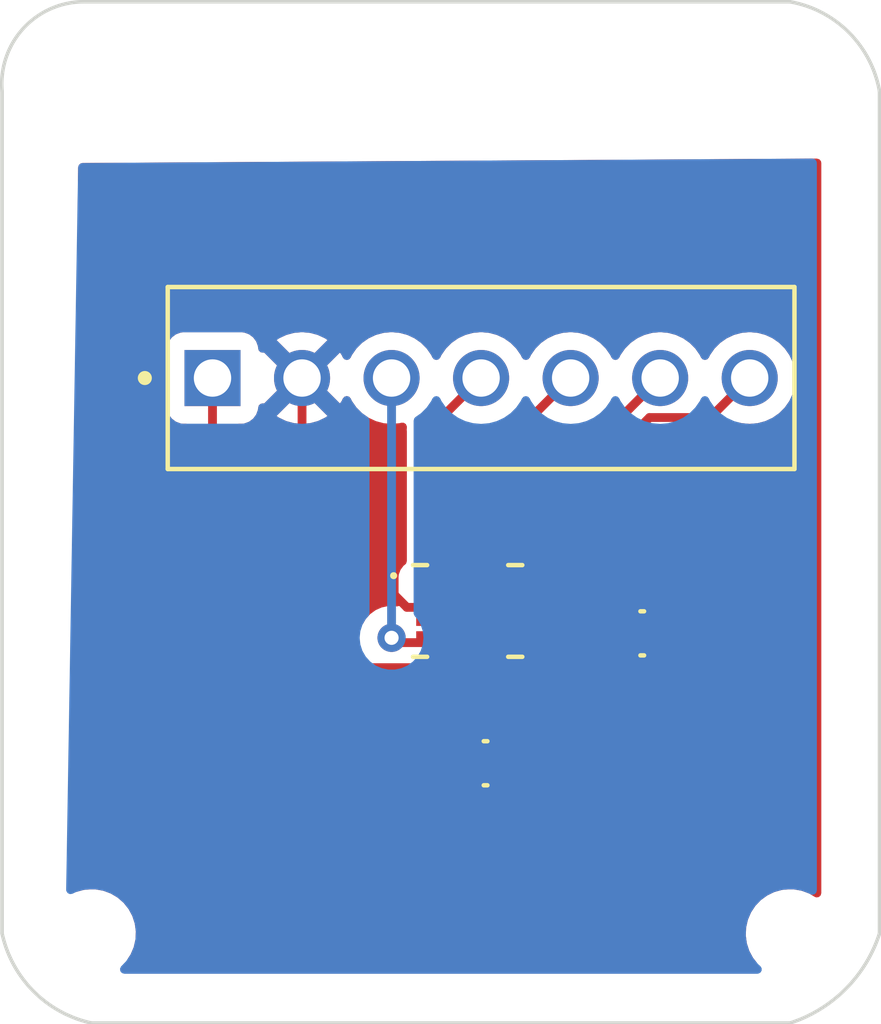
<source format=kicad_pcb>
(kicad_pcb (version 20221018) (generator pcbnew)
  (layers (0 "F.Cu" signal) (31 "B.Cu" signal) (34 "B.Paste" user) (35 "F.Paste" user) (36 "B.SilkS" user "B.Silkscreen") (37 "F.SilkS" user "F.Silkscreen") (38 "B.Mask" user) (39 "F.Mask" user) (44 "Edge.Cuts" user))
  (net 0 "")
  (net 1 "+3.3V")
  (net 2 "GND")
  (net 3 "/INT1_3")
  (net 4 "/MISO_3")
  (net 5 "/MOSI_3")
  (net 6 "/CLK3")
  (net 7 "/SENSOR_3")
  (footprint "CL21F104ZAANNNC:CAPC2012X135N" (layer "F.Cu") (at 148.971 94.488 180)
    (fp_text reference "C2" hide)
    (fp_text value "100nF" hide)
    (fp_line (start -0.0515 -0.625) (end 0.0515 -0.625) (stroke (width 0.127)) (layer "F.SilkS"))
    (fp_line (start -0.0515 0.625) (end 0.0515 0.625) (stroke (width 0.127)) (layer "F.SilkS"))
    (pad "1" smd rect (at -0.89 0 180) (size 1.05 1.38) (layers "F.Cu" "F.Paste" "F.Mask") (net 2 "GND"))
    (pad "2" smd rect (at 0.89 0 180) (size 1.05 1.38) (layers "F.Cu" "F.Paste" "F.Mask") (net 1 "+3.3V"))
  )
  (footprint "69167-107HLF:AMPHENOL_69167-107HLF" (layer "F.Cu") (at 148.844 83.566)
    (fp_text reference "J6" hide)
    (fp_text value "69167-107HLF" hide)
    (fp_line (start -8.89 2.58) (end -8.89 -2.58) (stroke (width 0.127)) (layer "F.SilkS"))
    (fp_line (start 8.89 -2.58) (end -8.89 -2.58) (stroke (width 0.127)) (layer "F.SilkS"))
    (fp_line (start 8.89 -2.58) (end 8.89 2.58) (stroke (width 0.127)) (layer "F.SilkS"))
    (fp_line (start 8.89 2.58) (end -8.89 2.58) (stroke (width 0.127)) (layer "F.SilkS"))
    (fp_circle (center -9.54 0) (end -9.44 0) (stroke (width 0.2)) (fill none) (layer "F.SilkS"))
    (pad "01" thru_hole rect (at -7.62 0) (size 1.59 1.59) (drill 1.06) (layers "*.Cu" "*.Mask") (net 1 "+3.3V"))
    (pad "02" thru_hole circle (at -5.08 0) (size 1.59 1.59) (drill 1.06) (layers "*.Cu" "*.Mask") (net 2 "GND"))
    (pad "03" thru_hole circle (at -2.54 0) (size 1.59 1.59) (drill 1.06) (layers "*.Cu" "*.Mask") (net 3 "/INT1_3"))
    (pad "04" thru_hole circle (at 0 0) (size 1.59 1.59) (drill 1.06) (layers "*.Cu" "*.Mask") (net 4 "/MISO_3"))
    (pad "05" thru_hole circle (at 2.54 0) (size 1.59 1.59) (drill 1.06) (layers "*.Cu" "*.Mask") (net 5 "/MOSI_3"))
    (pad "06" thru_hole circle (at 5.08 0) (size 1.59 1.59) (drill 1.06) (layers "*.Cu" "*.Mask") (net 6 "/CLK3"))
    (pad "07" thru_hole circle (at 7.62 0) (size 1.59 1.59) (drill 1.06) (layers "*.Cu" "*.Mask") (net 7 "/SENSOR_3"))
  )
  (footprint "MountingHole:MountingHole_2mm" (layer "F.Cu") (at 137.795 75.438)
    (fp_text reference "H1" hide)
    (fp_text value "MountingHole" hide)
    (pad "" np_thru_hole circle (at 0 0) (size 2 2) (drill 2) (layers "*.Cu" "*.Mask"))
  )
  (footprint "MountingHole:MountingHole_2mm" (layer "F.Cu") (at 157.607 75.438)
    (fp_text reference "H2" hide)
    (fp_text value "MountingHole" hide)
    (pad "" np_thru_hole circle (at 0 0) (size 2 2) (drill 2) (layers "*.Cu" "*.Mask"))
  )
  (footprint "CL21F104ZAANNNC:CAPC2012X135N" (layer "F.Cu") (at 153.416 90.805)
    (fp_text reference "C1" hide)
    (fp_text value "100nF" hide)
    (fp_line (start -0.0515 -0.625) (end 0.0515 -0.625) (stroke (width 0.127)) (layer "F.SilkS"))
    (fp_line (start -0.0515 0.625) (end 0.0515 0.625) (stroke (width 0.127)) (layer "F.SilkS"))
    (pad "1" smd rect (at -0.89 0) (size 1.05 1.38) (layers "F.Cu" "F.Paste" "F.Mask") (net 1 "+3.3V"))
    (pad "2" smd rect (at 0.89 0) (size 1.05 1.38) (layers "F.Cu" "F.Paste" "F.Mask") (net 2 "GND"))
  )
  (footprint "MountingHole:MountingHole_2mm" (layer "F.Cu") (at 157.607 99.314)
    (fp_text reference "H4" hide)
    (fp_text value "MountingHole" hide)
    (pad "" np_thru_hole circle (at 0 0) (size 2 2) (drill 2) (layers "*.Cu" "*.Mask"))
  )
  (footprint "LSM6DSMTR (1):PQFN50P300X250X86-14N" (layer "F.Cu") (at 148.463 90.17)
    (fp_text reference "U5" hide)
    (fp_text value "LSM6DSMTR" hide)
    (fp_line (start -1.55 1.3) (end -1.15 1.3) (stroke (width 0.127)) (layer "F.SilkS"))
    (fp_line (start -1.15 -1.3) (end -1.55 -1.3) (stroke (width 0.127)) (layer "F.SilkS"))
    (fp_line (start 1.55 -1.3) (end 1.15 -1.3) (stroke (width 0.127)) (layer "F.SilkS"))
    (fp_line (start 1.55 1.3) (end 1.15 1.3) (stroke (width 0.127)) (layer "F.SilkS"))
    (fp_circle (center -2.1 -1) (end -2.05 -1) (stroke (width 0.1)) (fill none) (layer "F.SilkS"))
    (pad "1" smd rect (at -1.16 -0.75) (size 0.6 0.35) (layers "F.Cu" "F.Paste" "F.Mask") (net 4 "/MISO_3"))
    (pad "2" smd rect (at -1.16 -0.25) (size 0.6 0.35) (layers "F.Cu" "F.Paste" "F.Mask") (net 2 "GND"))
    (pad "3" smd rect (at -1.16 0.25) (size 0.6 0.35) (layers "F.Cu" "F.Paste" "F.Mask") (net 2 "GND"))
    (pad "4" smd rect (at -1.16 0.75) (size 0.6 0.35) (layers "F.Cu" "F.Paste" "F.Mask") (net 3 "/INT1_3"))
    (pad "5" smd rect (at -0.5 0.91 90) (size 0.6 0.35) (layers "F.Cu" "F.Paste" "F.Mask") (net 1 "+3.3V"))
    (pad "6" smd rect (at 0 0.91 90) (size 0.6 0.35) (layers "F.Cu" "F.Paste" "F.Mask") (net 2 "GND"))
    (pad "7" smd rect (at 0.5 0.91 90) (size 0.6 0.35) (layers "F.Cu" "F.Paste" "F.Mask") (net 2 "GND"))
    (pad "8" smd rect (at 1.16 0.75) (size 0.6 0.35) (layers "F.Cu" "F.Paste" "F.Mask") (net 1 "+3.3V"))
    (pad "9" smd rect (at 1.16 0.25) (size 0.6 0.35) (layers "F.Cu" "F.Paste" "F.Mask"))
    (pad "10" smd rect (at 1.16 -0.25) (size 0.6 0.35) (layers "F.Cu" "F.Paste" "F.Mask"))
    (pad "11" smd rect (at 1.16 -0.75) (size 0.6 0.35) (layers "F.Cu" "F.Paste" "F.Mask"))
    (pad "12" smd rect (at 0.5 -0.91 90) (size 0.6 0.35) (layers "F.Cu" "F.Paste" "F.Mask") (net 7 "/SENSOR_3"))
    (pad "13" smd rect (at 0 -0.91 90) (size 0.6 0.35) (layers "F.Cu" "F.Paste" "F.Mask") (net 6 "/CLK3"))
    (pad "14" smd rect (at -0.5 -0.91 90) (size 0.6 0.35) (layers "F.Cu" "F.Paste" "F.Mask") (net 5 "/MOSI_3"))
  )
  (footprint "MountingHole:MountingHole_2mm" (layer "F.Cu") (at 137.795 99.314)
    (fp_text reference "H3" hide)
    (fp_text value "MountingHole" hide)
    (pad "" np_thru_hole circle (at 0 0) (size 2 2) (drill 2) (layers "*.Cu" "*.Mask"))
  )
  (gr_arc (start 160.147 99.314) (mid 159.183666 100.890666) (end 157.607 101.854) (stroke (width 0.1)) (layer "Edge.Cuts"))
  (gr_line (start 137.541 72.898) (end 157.607 72.898) (stroke (width 0.1)) (layer "Edge.Cuts"))
  (gr_arc (start 137.795 101.854) (mid 136.151114 100.957886) (end 135.255 99.314) (stroke (width 0.1)) (layer "Edge.Cuts"))
  (gr_arc (start 157.607 72.898) (mid 159.277529 73.767471) (end 160.147 75.438) (stroke (width 0.1)) (layer "Edge.Cuts"))
  (gr_line (start 135.255 75.438) (end 135.255 99.314) (stroke (width 0.1)) (layer "Edge.Cuts"))
  (gr_line (start 157.607 101.854) (end 137.795 101.854) (stroke (width 0.1)) (layer "Edge.Cuts"))
  (gr_arc (start 135.255 75.438) (mid 135.843178 73.66866) (end 137.541 72.898) (stroke (width 0.1)) (layer "Edge.Cuts"))
  (gr_line (start 160.147 99.314) (end 160.147 75.438) (stroke (width 0.1)) (layer "Edge.Cuts"))
  (segment (start 147.963 91.694) (end 147.974 91.705) (width 0.25) (layer "F.Cu") (net 1))
  (segment (start 149.623 90.92) (end 152.411 90.92) (width 0.25) (layer "F.Cu") (net 1))
  (segment (start 149.623 91.545) (end 149.623 90.92) (width 0.25) (layer "F.Cu") (net 1))
  (segment (start 147.81875 91.55775) (end 148.0235 91.353) (width 0.25) (layer "F.Cu") (net 1))
  (segment (start 141.224 87.376) (end 145.626 91.778) (width 0.25) (layer "F.Cu") (net 1))
  (segment (start 149.463 91.705) (end 149.623 91.545) (width 0.25) (layer "F.Cu") (net 1))
  (segment (start 147.963 91.08) (end 147.963 91.694) (width 0.25) (layer "F.Cu") (net 1))
  (segment (start 152.411 90.92) (end 152.526 90.805) (width 0.25) (layer "F.Cu") (net 1))
  (segment (start 148.0235 91.353) (end 148.0235 91.228) (width 0.25) (layer "F.Cu") (net 1))
  (segment (start 147.5985 91.778) (end 147.81875 91.55775) (width 0.25) (layer "F.Cu") (net 1))
  (segment (start 147.974 91.705) (end 149.463 91.705) (width 0.25) (layer "F.Cu") (net 1))
  (segment (start 148.081 91.82) (end 148.081 94.488) (width 0.25) (layer "F.Cu") (net 1))
  (segment (start 141.224 83.566) (end 141.224 87.376) (width 0.25) (layer "F.Cu") (net 1))
  (segment (start 145.626 91.778) (end 147.5985 91.778) (width 0.25) (layer "F.Cu") (net 1))
  (segment (start 147.81875 91.55775) (end 148.081 91.82) (width 0.25) (layer "F.Cu") (net 1))
  (segment (start 146.7385 90.068) (end 147.3635 90.068) (width 0.25) (layer "F.Cu") (net 2))
  (segment (start 149.0235 90.8575) (end 149.0235 91.228) (width 0.25) (layer "F.Cu") (net 2))
  (segment (start 147.3635 90.068) (end 147.3635 90.568) (width 0.25) (layer "F.Cu") (net 2))
  (segment (start 143.764 83.566) (end 143.764 87.0935) (width 0.25) (layer "F.Cu") (net 2))
  (segment (start 148.734 90.568) (end 149.0235 90.8575) (width 0.25) (layer "F.Cu") (net 2))
  (segment (start 143.764 87.0935) (end 146.7385 90.068) (width 0.25) (layer "F.Cu") (net 2))
  (segment (start 147.3635 90.568) (end 148.734 90.568) (width 0.25) (layer "F.Cu") (net 2))
  (segment (start 149.0235 91.228) (end 148.5235 91.228) (width 0.25) (layer "F.Cu") (net 2))
  (segment (start 146.304 90.932) (end 146.44 91.068) (width 0.25) (layer "F.Cu") (net 3))
  (segment (start 146.44 91.068) (end 147.3635 91.068) (width 0.25) (layer "F.Cu") (net 3))
  (via (at 146.304 90.932) (size 0.8) (drill 0.4) (layers "F.Cu" "B.Cu") (net 3))
  (segment (start 146.304 83.566) (end 146.304 90.932) (width 0.25) (layer "B.Cu") (net 3))
  (segment (start 147.3635 85.0465) (end 147.3635 89.568) (width 0.25) (layer "F.Cu") (net 4))
  (segment (start 148.844 83.566) (end 147.3635 85.0465) (width 0.25) (layer "F.Cu") (net 4))
  (segment (start 148.0235 86.9265) (end 148.0235 89.408) (width 0.25) (layer "F.Cu") (net 5))
  (segment (start 151.384 83.566) (end 148.0235 86.9265) (width 0.25) (layer "F.Cu") (net 5))
  (segment (start 148.5235 88.9665) (end 148.5235 89.408) (width 0.25) (layer "F.Cu") (net 6))
  (segment (start 153.924 83.566) (end 148.5235 88.9665) (width 0.25) (layer "F.Cu") (net 6))
  (segment (start 153.6205 84.686) (end 149.0235 89.283) (width 0.25) (layer "F.Cu") (net 7))
  (segment (start 155.344 84.686) (end 153.6205 84.686) (width 0.25) (layer "F.Cu") (net 7))
  (segment (start 156.464 83.566) (end 155.344 84.686) (width 0.25) (layer "F.Cu") (net 7))
  (segment (start 149.0235 89.283) (end 149.0235 89.408) (width 0.25) (layer "F.Cu") (net 7))
  (zone (net 2) (net_name "GND") (layer "F.Cu") (connect_pads (clearance 0.5)) (min_thickness 0.25) (fill yes (thermal_gap 0.5) (thermal_bridge_width 0.5))
    (polygon (pts (xy 137.414 77.47) (xy 158.496 77.343) (xy 158.496 100.33) (xy 137.16 100.203)))
  )
  (zone (net 2) (net_name "GND") (layer "B.Cu") (priority 1) (connect_pads (clearance 0.5)) (min_thickness 0.25) (fill yes (thermal_gap 0.5) (thermal_bridge_width 0.5))
    (polygon (pts (xy 137.541 77.47) (xy 158.369 77.343) (xy 158.369 100.457) (xy 137.033 100.457) (xy 137.414 77.47) (xy 137.668 77.47)))
  )
)
</source>
